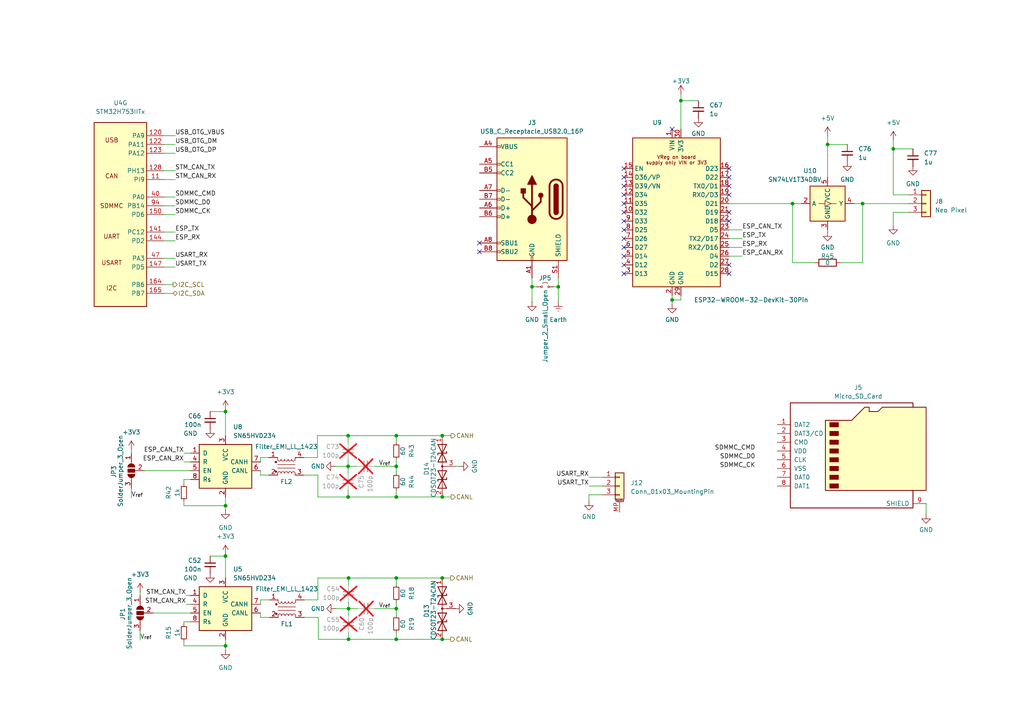
<source format=kicad_sch>
(kicad_sch
	(version 20231120)
	(generator "eeschema")
	(generator_version "8.0")
	(uuid "c61dd313-04ad-474f-9718-66b9bce07315")
	(paper "A4")
	
	(junction
		(at 128.27 126.365)
		(diameter 0)
		(color 0 0 0 0)
		(uuid "039d182b-64c1-4ecb-910d-2a8ba1359fe5")
	)
	(junction
		(at 229.87 59.055)
		(diameter 0)
		(color 0 0 0 0)
		(uuid "05cfbb34-84b8-41f9-b2c6-e5b00514da1d")
	)
	(junction
		(at 128.27 185.42)
		(diameter 0)
		(color 0 0 0 0)
		(uuid "215eb883-aca5-420f-acba-9cfd76facb9e")
	)
	(junction
		(at 114.935 185.42)
		(diameter 0)
		(color 0 0 0 0)
		(uuid "28a47998-b579-477b-8bd7-5184e4777d5e")
	)
	(junction
		(at 114.935 135.255)
		(diameter 0)
		(color 0 0 0 0)
		(uuid "3162dd44-bd73-462d-a1ba-3ec68e82b83a")
	)
	(junction
		(at 250.19 59.055)
		(diameter 0)
		(color 0 0 0 0)
		(uuid "318c4647-7bc1-4283-9b65-f73983dbd071")
	)
	(junction
		(at 65.405 146.685)
		(diameter 0)
		(color 0 0 0 0)
		(uuid "3d875b4c-a7a5-4903-ad64-3ecea35d872b")
	)
	(junction
		(at 65.405 119.38)
		(diameter 0)
		(color 0 0 0 0)
		(uuid "41b0bad5-7e8d-4b02-8ba8-4522831df7e6")
	)
	(junction
		(at 65.405 187.325)
		(diameter 0)
		(color 0 0 0 0)
		(uuid "4dfb8dde-4cef-4814-89d9-dc2c67abc0ea")
	)
	(junction
		(at 101.092 167.64)
		(diameter 0)
		(color 0 0 0 0)
		(uuid "53b32a67-343e-432d-9256-006aedde493b")
	)
	(junction
		(at 154.305 83.185)
		(diameter 0)
		(color 0 0 0 0)
		(uuid "65361e79-136b-4452-b644-b05b849b7943")
	)
	(junction
		(at 114.935 144.145)
		(diameter 0)
		(color 0 0 0 0)
		(uuid "6c0e76a3-6aad-4fb4-a948-d5eac4447136")
	)
	(junction
		(at 128.27 144.145)
		(diameter 0)
		(color 0 0 0 0)
		(uuid "6f7d2def-1ea4-46b5-bd3c-546d5ee712eb")
	)
	(junction
		(at 100.965 126.365)
		(diameter 0)
		(color 0 0 0 0)
		(uuid "7481ae21-ea6c-45fa-90b7-25db4fcacac0")
	)
	(junction
		(at 65.405 161.29)
		(diameter 0)
		(color 0 0 0 0)
		(uuid "7c2aa378-d994-4cbb-a7fd-662b6a6dbd3e")
	)
	(junction
		(at 197.485 29.21)
		(diameter 0)
		(color 0 0 0 0)
		(uuid "8a2ddf5a-e56d-4ddb-b3a7-3ce78fdb1ea7")
	)
	(junction
		(at 101.092 185.42)
		(diameter 0)
		(color 0 0 0 0)
		(uuid "8c902d7a-9a97-4247-a024-6511c85f57b0")
	)
	(junction
		(at 114.935 126.365)
		(diameter 0)
		(color 0 0 0 0)
		(uuid "9727df9d-30c2-4d31-a4a4-c18de4a38ffd")
	)
	(junction
		(at 101.092 176.53)
		(diameter 0)
		(color 0 0 0 0)
		(uuid "9cc87ece-ed33-40de-966c-51c2001dc894")
	)
	(junction
		(at 100.965 135.255)
		(diameter 0)
		(color 0 0 0 0)
		(uuid "9cdc856e-55bf-4f24-8496-a3f3c835efb4")
	)
	(junction
		(at 128.27 167.64)
		(diameter 0)
		(color 0 0 0 0)
		(uuid "ad403fbf-7b82-4cdd-9930-90df80b9f452")
	)
	(junction
		(at 114.935 167.64)
		(diameter 0)
		(color 0 0 0 0)
		(uuid "b60abf17-3e74-47af-a488-26c720dd0b0f")
	)
	(junction
		(at 114.935 176.53)
		(diameter 0)
		(color 0 0 0 0)
		(uuid "b6c8fd7b-67f5-4777-9880-dd70ef3914a0")
	)
	(junction
		(at 194.945 86.995)
		(diameter 0)
		(color 0 0 0 0)
		(uuid "cee00a16-43e6-4734-87be-e840da75aabc")
	)
	(junction
		(at 100.965 144.145)
		(diameter 0)
		(color 0 0 0 0)
		(uuid "cf065f4e-64c6-411f-9278-3cbeff3ad8fd")
	)
	(junction
		(at 161.925 83.185)
		(diameter 0)
		(color 0 0 0 0)
		(uuid "dc503ca9-a2a2-4e47-b078-e55c9f049628")
	)
	(junction
		(at 259.08 43.18)
		(diameter 0)
		(color 0 0 0 0)
		(uuid "e4280f40-0a8b-46b8-8a3f-bdc2bbc7d561")
	)
	(junction
		(at 240.03 41.91)
		(diameter 0)
		(color 0 0 0 0)
		(uuid "e66e4697-c658-4daa-8505-29693d7c6fa8")
	)
	(no_connect
		(at 180.975 74.295)
		(uuid "0f78565a-9a79-4977-842d-db81c2f3a858")
	)
	(no_connect
		(at 180.975 56.515)
		(uuid "1635493b-c0b0-4b22-91c0-dd20f89d28d6")
	)
	(no_connect
		(at 180.975 59.055)
		(uuid "2cd37b9b-1e16-4721-baaf-0f02fff9ee15")
	)
	(no_connect
		(at 211.455 48.895)
		(uuid "2e298096-7ace-418c-89a7-3d43d6bed0db")
	)
	(no_connect
		(at 180.975 61.595)
		(uuid "3bc25636-dee2-443e-8ccb-a980f456ac63")
	)
	(no_connect
		(at 180.975 51.435)
		(uuid "43d8676e-50c6-4697-acd1-a078ec396d67")
	)
	(no_connect
		(at 180.975 66.675)
		(uuid "4a7c660c-ecc7-4617-8099-7833ce97674f")
	)
	(no_connect
		(at 180.975 48.895)
		(uuid "5a25121c-a1f8-402a-a503-9b4b6773db57")
	)
	(no_connect
		(at 194.945 37.465)
		(uuid "5c9306cf-381b-4d82-8a3a-52bc964f2a36")
	)
	(no_connect
		(at 211.455 53.975)
		(uuid "5c964bdf-2ed2-4eef-b541-8ce09ccb6359")
	)
	(no_connect
		(at 180.975 79.375)
		(uuid "5cab31a6-586b-4cbb-8e74-6785a73b7287")
	)
	(no_connect
		(at 211.455 76.835)
		(uuid "627c0ac6-463b-4d74-9056-912f48f57f8c")
	)
	(no_connect
		(at 180.975 69.215)
		(uuid "662f2eb1-7541-4b5a-9b3e-348e11036abd")
	)
	(no_connect
		(at 180.975 53.975)
		(uuid "73269fd7-c364-4aef-a8b5-a2eabdfa97a8")
	)
	(no_connect
		(at 211.455 61.595)
		(uuid "797e1eed-a489-45da-8c0f-184fc597169c")
	)
	(no_connect
		(at 180.975 76.835)
		(uuid "8365a6d4-6d29-461b-904c-0324ca06fc5a")
	)
	(no_connect
		(at 180.975 64.135)
		(uuid "8ac847d1-9069-40ae-a3f2-d3aed782fb55")
	)
	(no_connect
		(at 211.455 79.375)
		(uuid "8f56c4af-52dc-4612-9881-b40f131d9649")
	)
	(no_connect
		(at 211.455 51.435)
		(uuid "b938ea39-6292-4387-8cd7-875c20a9d49a")
	)
	(no_connect
		(at 139.065 70.485)
		(uuid "d7064c93-16c6-497d-859a-7b410a29e175")
	)
	(no_connect
		(at 211.455 56.515)
		(uuid "da2de24c-d775-46ec-8771-ff0ede014a17")
	)
	(no_connect
		(at 139.065 73.025)
		(uuid "e5cfba84-9aae-4335-81b2-f9420a56298e")
	)
	(no_connect
		(at 180.975 71.755)
		(uuid "e700e196-44ff-4ef8-a8e9-38a5e666b895")
	)
	(no_connect
		(at 211.455 64.135)
		(uuid "ffc9674a-9076-447f-ba67-71a5716efeb9")
	)
	(wire
		(pts
			(xy 50.8 59.69) (xy 47.625 59.69)
		)
		(stroke
			(width 0)
			(type default)
		)
		(uuid "069c83cc-66af-4239-a3f2-6fc7c9797843")
	)
	(wire
		(pts
			(xy 250.19 59.055) (xy 250.19 76.2)
		)
		(stroke
			(width 0)
			(type default)
		)
		(uuid "07821e1a-6081-4b53-af8d-3407e5dfe479")
	)
	(wire
		(pts
			(xy 92.329 179.07) (xy 92.329 185.42)
		)
		(stroke
			(width 0)
			(type default)
		)
		(uuid "07b7ef48-98f5-4f9c-8c83-e93a23111e86")
	)
	(wire
		(pts
			(xy 215.265 66.675) (xy 211.455 66.675)
		)
		(stroke
			(width 0)
			(type default)
		)
		(uuid "08072ded-74bf-4b0b-806c-19444be54a5d")
	)
	(wire
		(pts
			(xy 132.08 135.255) (xy 133.223 135.255)
		)
		(stroke
			(width 0)
			(type default)
		)
		(uuid "0858e38e-980c-4b1b-b733-fff9edcc9dbb")
	)
	(wire
		(pts
			(xy 75.565 137.795) (xy 75.565 136.525)
		)
		(stroke
			(width 0)
			(type default)
		)
		(uuid "0eb24822-65ba-4fcc-a791-110a601cab9c")
	)
	(wire
		(pts
			(xy 240.03 41.91) (xy 245.745 41.91)
		)
		(stroke
			(width 0)
			(type default)
		)
		(uuid "0ec11d76-de2c-47d9-b68b-71e96f39e5f7")
	)
	(wire
		(pts
			(xy 197.485 29.21) (xy 197.485 37.465)
		)
		(stroke
			(width 0)
			(type default)
		)
		(uuid "11371f3a-622b-4d06-958d-0de2e3aefad4")
	)
	(wire
		(pts
			(xy 40.64 182.88) (xy 40.64 185.674)
		)
		(stroke
			(width 0)
			(type default)
		)
		(uuid "1191196b-173d-4dee-bb6d-b29a4d435163")
	)
	(wire
		(pts
			(xy 259.08 43.18) (xy 259.08 56.515)
		)
		(stroke
			(width 0)
			(type default)
		)
		(uuid "11fcf8a6-a9da-4e10-b537-040a5f04eac6")
	)
	(wire
		(pts
			(xy 88.265 173.99) (xy 92.202 173.99)
		)
		(stroke
			(width 0)
			(type default)
		)
		(uuid "1255d5b2-c80c-45ce-8562-7f9325184eb2")
	)
	(wire
		(pts
			(xy 114.935 126.365) (xy 128.27 126.365)
		)
		(stroke
			(width 0)
			(type default)
		)
		(uuid "16abee5d-4262-4bfd-ba27-099017bd3c89")
	)
	(wire
		(pts
			(xy 197.485 86.995) (xy 197.485 85.725)
		)
		(stroke
			(width 0)
			(type default)
		)
		(uuid "175d1789-0795-45ea-bebd-00c51a23ce0a")
	)
	(wire
		(pts
			(xy 170.815 143.51) (xy 170.815 145.415)
		)
		(stroke
			(width 0)
			(type default)
		)
		(uuid "1851c3fc-c833-4316-939d-3a55a4935065")
	)
	(wire
		(pts
			(xy 170.815 140.97) (xy 174.625 140.97)
		)
		(stroke
			(width 0)
			(type default)
		)
		(uuid "18ab3ef7-d310-4dfe-9bd7-87f1a836a671")
	)
	(wire
		(pts
			(xy 161.925 83.185) (xy 161.925 87.63)
		)
		(stroke
			(width 0)
			(type default)
		)
		(uuid "193e5122-e695-495b-91ef-fbf1d196eafd")
	)
	(wire
		(pts
			(xy 108.712 176.53) (xy 114.935 176.53)
		)
		(stroke
			(width 0)
			(type default)
		)
		(uuid "1c380b4c-4cae-4aa6-b682-a869ce94709e")
	)
	(wire
		(pts
			(xy 92.075 126.365) (xy 100.965 126.365)
		)
		(stroke
			(width 0)
			(type default)
		)
		(uuid "1c39585e-5704-44d0-a33d-b3876c68f352")
	)
	(wire
		(pts
			(xy 65.405 118.745) (xy 65.405 119.38)
		)
		(stroke
			(width 0)
			(type default)
		)
		(uuid "1e2b6175-d853-4821-ba74-1f24382ec349")
	)
	(wire
		(pts
			(xy 100.965 126.365) (xy 114.935 126.365)
		)
		(stroke
			(width 0)
			(type default)
		)
		(uuid "1ecee70f-1b0e-4963-98bb-53f91fcf7497")
	)
	(wire
		(pts
			(xy 114.935 174.625) (xy 114.935 176.53)
		)
		(stroke
			(width 0)
			(type default)
		)
		(uuid "216a5d0c-6bc2-4d57-bfc1-a0137443fd45")
	)
	(wire
		(pts
			(xy 161.925 80.645) (xy 161.925 83.185)
		)
		(stroke
			(width 0)
			(type default)
		)
		(uuid "223f121c-ffdf-4398-a523-ee63cee9632a")
	)
	(wire
		(pts
			(xy 114.935 176.53) (xy 114.935 178.435)
		)
		(stroke
			(width 0)
			(type default)
		)
		(uuid "25fcae18-2fce-4a2e-b99e-14db92c22b5a")
	)
	(wire
		(pts
			(xy 215.265 74.295) (xy 211.455 74.295)
		)
		(stroke
			(width 0)
			(type default)
		)
		(uuid "29423af5-f664-45ad-bb1e-0735e38873c2")
	)
	(wire
		(pts
			(xy 50.8 41.91) (xy 47.625 41.91)
		)
		(stroke
			(width 0)
			(type default)
		)
		(uuid "2b0cb7c0-22b2-43e9-bf0a-56a674a06ce7")
	)
	(wire
		(pts
			(xy 114.935 167.64) (xy 128.27 167.64)
		)
		(stroke
			(width 0)
			(type default)
		)
		(uuid "2d763691-facb-4f15-9e9f-59c2b2d09226")
	)
	(wire
		(pts
			(xy 50.8 39.37) (xy 47.625 39.37)
		)
		(stroke
			(width 0)
			(type default)
		)
		(uuid "2e6d5f7d-e2c5-4fff-9ab8-ff9e5059fed6")
	)
	(wire
		(pts
			(xy 236.22 76.2) (xy 229.87 76.2)
		)
		(stroke
			(width 0)
			(type default)
		)
		(uuid "2fa12003-ea95-4a7e-a7b4-8f6dd8428bb3")
	)
	(wire
		(pts
			(xy 40.64 171.704) (xy 40.64 172.72)
		)
		(stroke
			(width 0)
			(type default)
		)
		(uuid "2fe633c0-4d3d-40d2-b66e-9c920b1c7a86")
	)
	(wire
		(pts
			(xy 132.08 176.53) (xy 131.953 176.53)
		)
		(stroke
			(width 0)
			(type default)
		)
		(uuid "31a4bbdf-559b-4207-a858-901d74817d56")
	)
	(wire
		(pts
			(xy 60.96 119.38) (xy 65.405 119.38)
		)
		(stroke
			(width 0)
			(type default)
		)
		(uuid "32faf47c-e64c-44b4-9d62-4d28d8d4153b")
	)
	(wire
		(pts
			(xy 128.27 144.145) (xy 130.81 144.145)
		)
		(stroke
			(width 0)
			(type default)
		)
		(uuid "359e1102-934a-4c42-b7b9-2ba5539d24c8")
	)
	(wire
		(pts
			(xy 65.405 187.325) (xy 65.405 188.595)
		)
		(stroke
			(width 0)
			(type default)
		)
		(uuid "364b407f-3b1e-4c62-9eb8-d29a94c13635")
	)
	(wire
		(pts
			(xy 229.87 76.2) (xy 229.87 59.055)
		)
		(stroke
			(width 0)
			(type default)
		)
		(uuid "393f9b29-c1fb-4477-8410-888c1c775882")
	)
	(wire
		(pts
			(xy 240.03 39.37) (xy 240.03 41.91)
		)
		(stroke
			(width 0)
			(type default)
		)
		(uuid "395ffaba-dbfc-4c84-b3a1-2617223e9f3e")
	)
	(wire
		(pts
			(xy 92.202 137.795) (xy 92.202 144.145)
		)
		(stroke
			(width 0)
			(type default)
		)
		(uuid "3b6bddeb-5651-4db5-98b2-9b6f3f702707")
	)
	(wire
		(pts
			(xy 47.625 74.93) (xy 50.8 74.93)
		)
		(stroke
			(width 0)
			(type default)
		)
		(uuid "3e2111f4-1096-49ea-babe-955e0bcbceb6")
	)
	(wire
		(pts
			(xy 114.935 133.35) (xy 114.935 135.255)
		)
		(stroke
			(width 0)
			(type default)
		)
		(uuid "418d6449-7d54-435c-9348-9ebcc667fba1")
	)
	(wire
		(pts
			(xy 128.27 167.64) (xy 130.683 167.64)
		)
		(stroke
			(width 0)
			(type default)
		)
		(uuid "437cb784-c834-4093-bf24-a6bb245bb7ff")
	)
	(wire
		(pts
			(xy 114.935 183.515) (xy 114.935 185.42)
		)
		(stroke
			(width 0)
			(type default)
		)
		(uuid "4abd7593-788c-4faf-8edb-6bf231a57d07")
	)
	(wire
		(pts
			(xy 170.815 138.43) (xy 174.625 138.43)
		)
		(stroke
			(width 0)
			(type default)
		)
		(uuid "4c385e60-1b83-4735-8d87-273cadd39ee9")
	)
	(wire
		(pts
			(xy 155.575 83.185) (xy 154.305 83.185)
		)
		(stroke
			(width 0)
			(type default)
		)
		(uuid "4c59cf70-ba51-432c-9f6e-cf47deea1277")
	)
	(wire
		(pts
			(xy 229.87 59.055) (xy 232.41 59.055)
		)
		(stroke
			(width 0)
			(type default)
		)
		(uuid "4dc32d7f-3ff8-43a5-afb9-2f4908b6a181")
	)
	(wire
		(pts
			(xy 259.08 56.515) (xy 263.525 56.515)
		)
		(stroke
			(width 0)
			(type default)
		)
		(uuid "4f4d3fff-85b9-4083-bd46-2b914ab4a849")
	)
	(wire
		(pts
			(xy 161.925 83.185) (xy 160.655 83.185)
		)
		(stroke
			(width 0)
			(type default)
		)
		(uuid "548e25f7-a764-406a-97ab-d0c212687dad")
	)
	(wire
		(pts
			(xy 75.565 132.715) (xy 77.978 132.715)
		)
		(stroke
			(width 0)
			(type default)
		)
		(uuid "569600ce-4916-426c-ad6a-43656f889c21")
	)
	(wire
		(pts
			(xy 65.405 160.655) (xy 65.405 161.29)
		)
		(stroke
			(width 0)
			(type default)
		)
		(uuid "573d52d7-2912-42f7-a32c-98f9437fcfb4")
	)
	(wire
		(pts
			(xy 53.975 172.72) (xy 55.245 172.72)
		)
		(stroke
			(width 0)
			(type default)
		)
		(uuid "58a5b0f4-7372-4ed6-b2ff-21c9fc14c383")
	)
	(wire
		(pts
			(xy 100.965 144.145) (xy 114.935 144.145)
		)
		(stroke
			(width 0)
			(type default)
		)
		(uuid "5c8a4f71-ee4a-46e2-86ff-f735840fe6ca")
	)
	(wire
		(pts
			(xy 247.65 59.055) (xy 250.19 59.055)
		)
		(stroke
			(width 0)
			(type default)
		)
		(uuid "5dfc728b-36a2-4990-a0c8-dbb05f1fc760")
	)
	(wire
		(pts
			(xy 114.935 144.145) (xy 128.27 144.145)
		)
		(stroke
			(width 0)
			(type default)
		)
		(uuid "616f18e8-8353-4b88-9ccf-278fb51bbb13")
	)
	(wire
		(pts
			(xy 97.155 135.255) (xy 100.965 135.255)
		)
		(stroke
			(width 0)
			(type default)
		)
		(uuid "65689294-1fad-43de-a045-67460191af37")
	)
	(wire
		(pts
			(xy 100.965 135.255) (xy 103.505 135.255)
		)
		(stroke
			(width 0)
			(type default)
		)
		(uuid "67db5e2e-77de-4d16-88dd-32909132efe7")
	)
	(wire
		(pts
			(xy 101.092 176.53) (xy 101.092 174.625)
		)
		(stroke
			(width 0)
			(type default)
		)
		(uuid "694ece35-0c4b-4939-b20c-9bb4b6a4b0f5")
	)
	(wire
		(pts
			(xy 264.795 43.18) (xy 259.08 43.18)
		)
		(stroke
			(width 0)
			(type default)
		)
		(uuid "6bc32591-02b3-4835-ac4d-6de654840bd4")
	)
	(wire
		(pts
			(xy 75.565 173.99) (xy 78.105 173.99)
		)
		(stroke
			(width 0)
			(type default)
		)
		(uuid "6cc391a7-6885-48f2-975d-f3a3390b21aa")
	)
	(wire
		(pts
			(xy 53.34 139.065) (xy 55.245 139.065)
		)
		(stroke
			(width 0)
			(type default)
		)
		(uuid "6e1d6a90-999e-4e0f-8497-4df02b3664f7")
	)
	(wire
		(pts
			(xy 65.405 144.145) (xy 65.405 146.685)
		)
		(stroke
			(width 0)
			(type default)
		)
		(uuid "6fdae055-0d1f-42c6-a679-4b607c954c89")
	)
	(wire
		(pts
			(xy 108.585 135.255) (xy 114.935 135.255)
		)
		(stroke
			(width 0)
			(type default)
		)
		(uuid "7009ee4d-9a3b-449e-a73d-cfabe7ef7250")
	)
	(wire
		(pts
			(xy 97.282 176.53) (xy 101.092 176.53)
		)
		(stroke
			(width 0)
			(type default)
		)
		(uuid "713e035b-3d7d-453b-a87a-b3cbf126d40b")
	)
	(wire
		(pts
			(xy 128.27 185.42) (xy 130.683 185.42)
		)
		(stroke
			(width 0)
			(type default)
		)
		(uuid "7218ab12-ef3a-4b86-83c5-a04a5614b411")
	)
	(wire
		(pts
			(xy 211.455 71.755) (xy 215.265 71.755)
		)
		(stroke
			(width 0)
			(type default)
		)
		(uuid "722c5e92-6c31-48b0-8440-2827b4a8261f")
	)
	(wire
		(pts
			(xy 50.8 57.15) (xy 47.625 57.15)
		)
		(stroke
			(width 0)
			(type default)
		)
		(uuid "73863326-7c48-45fc-8bd8-a769a1938e6c")
	)
	(wire
		(pts
			(xy 101.092 183.515) (xy 101.092 185.42)
		)
		(stroke
			(width 0)
			(type default)
		)
		(uuid "78c54341-c3a1-4ba0-92f7-d8a3ffa611fa")
	)
	(wire
		(pts
			(xy 250.19 59.055) (xy 263.525 59.055)
		)
		(stroke
			(width 0)
			(type default)
		)
		(uuid "78cc224e-ac74-4f71-8665-93f8b611432d")
	)
	(wire
		(pts
			(xy 211.455 59.055) (xy 229.87 59.055)
		)
		(stroke
			(width 0)
			(type default)
		)
		(uuid "7b8664cc-2cd9-4c8b-a2a9-e851ab1aa6b2")
	)
	(wire
		(pts
			(xy 197.485 29.21) (xy 202.565 29.21)
		)
		(stroke
			(width 0)
			(type default)
		)
		(uuid "7c26ed1c-f812-48ad-aae4-bc0953e5b02e")
	)
	(wire
		(pts
			(xy 41.91 136.525) (xy 55.245 136.525)
		)
		(stroke
			(width 0)
			(type default)
		)
		(uuid "7fc61fe3-9c10-45d0-8ff9-a96f23d43746")
	)
	(wire
		(pts
			(xy 240.03 41.91) (xy 240.03 51.435)
		)
		(stroke
			(width 0)
			(type default)
		)
		(uuid "812d3a65-cd48-4ae9-ad18-7ac51ac81ee1")
	)
	(wire
		(pts
			(xy 92.202 144.145) (xy 100.965 144.145)
		)
		(stroke
			(width 0)
			(type default)
		)
		(uuid "8205616b-3b9d-4eb0-b2a2-7d25ec3b2ac1")
	)
	(wire
		(pts
			(xy 154.305 83.185) (xy 154.305 87.63)
		)
		(stroke
			(width 0)
			(type default)
		)
		(uuid "8546e285-0497-4f5c-b340-ee7ae1bca954")
	)
	(wire
		(pts
			(xy 100.965 135.255) (xy 100.965 137.16)
		)
		(stroke
			(width 0)
			(type default)
		)
		(uuid "85dff9c4-6cb7-4680-9632-ee46360e3ea0")
	)
	(wire
		(pts
			(xy 88.265 179.07) (xy 92.329 179.07)
		)
		(stroke
			(width 0)
			(type default)
		)
		(uuid "875a91c4-264a-4d56-b718-50501c722c79")
	)
	(wire
		(pts
			(xy 75.565 137.795) (xy 77.978 137.795)
		)
		(stroke
			(width 0)
			(type default)
		)
		(uuid "8b7f514e-7ce5-4755-844e-483c80b556bb")
	)
	(wire
		(pts
			(xy 53.34 187.325) (xy 65.405 187.325)
		)
		(stroke
			(width 0)
			(type default)
		)
		(uuid "961c4e70-cf62-497a-b32b-e5ab71b1b1e3")
	)
	(wire
		(pts
			(xy 101.092 167.64) (xy 114.935 167.64)
		)
		(stroke
			(width 0)
			(type default)
		)
		(uuid "9875ff62-69fe-4fe5-ac2d-49e08741f57b")
	)
	(wire
		(pts
			(xy 100.965 142.24) (xy 100.965 144.145)
		)
		(stroke
			(width 0)
			(type default)
		)
		(uuid "988f99fa-ae0e-4f4e-8c6a-db3a44984614")
	)
	(wire
		(pts
			(xy 75.565 132.715) (xy 75.565 133.985)
		)
		(stroke
			(width 0)
			(type default)
		)
		(uuid "9aba16cb-01f4-419d-b4f1-f3d401e83d56")
	)
	(wire
		(pts
			(xy 53.34 180.34) (xy 55.245 180.34)
		)
		(stroke
			(width 0)
			(type default)
		)
		(uuid "9c4f166c-0e86-4f07-8d21-047d235812c2")
	)
	(wire
		(pts
			(xy 38.1 130.429) (xy 38.1 131.445)
		)
		(stroke
			(width 0)
			(type default)
		)
		(uuid "9c9f754f-bdc9-415c-aa85-636593c242cb")
	)
	(wire
		(pts
			(xy 47.625 82.55) (xy 50.165 82.55)
		)
		(stroke
			(width 0)
			(type default)
		)
		(uuid "9db4ffec-7172-490e-a0fb-0a71ce07e06f")
	)
	(wire
		(pts
			(xy 75.565 179.07) (xy 75.565 177.8)
		)
		(stroke
			(width 0)
			(type default)
		)
		(uuid "9f5c88a3-09fe-46e4-9a0b-f9c285a8efc7")
	)
	(wire
		(pts
			(xy 194.945 86.995) (xy 197.485 86.995)
		)
		(stroke
			(width 0)
			(type default)
		)
		(uuid "a06b5335-c689-44d3-9fed-de2c90ae969d")
	)
	(wire
		(pts
			(xy 194.945 85.725) (xy 194.945 86.995)
		)
		(stroke
			(width 0)
			(type default)
		)
		(uuid "a1842a91-9ee7-4b00-98c0-0caffef5d76e")
	)
	(wire
		(pts
			(xy 259.08 61.595) (xy 263.525 61.595)
		)
		(stroke
			(width 0)
			(type default)
		)
		(uuid "a535b990-e0c3-4076-b351-4b435ba7a305")
	)
	(wire
		(pts
			(xy 194.945 86.995) (xy 194.945 88.265)
		)
		(stroke
			(width 0)
			(type default)
		)
		(uuid "a5cb1189-64b9-4c34-b39c-b515eca1a0e6")
	)
	(wire
		(pts
			(xy 53.34 145.415) (xy 53.34 146.685)
		)
		(stroke
			(width 0)
			(type default)
		)
		(uuid "a5d43692-a514-49b3-b569-72860753d111")
	)
	(wire
		(pts
			(xy 101.092 185.42) (xy 114.935 185.42)
		)
		(stroke
			(width 0)
			(type default)
		)
		(uuid "a777f9e0-e762-433b-8ffa-6d7083e4b335")
	)
	(wire
		(pts
			(xy 114.935 167.64) (xy 114.935 169.545)
		)
		(stroke
			(width 0)
			(type default)
		)
		(uuid "a817343e-0330-46bb-800d-fa56dd6360a7")
	)
	(wire
		(pts
			(xy 114.935 185.42) (xy 128.27 185.42)
		)
		(stroke
			(width 0)
			(type default)
		)
		(uuid "a8b4cc44-29be-4cac-a36c-d0a65d9e69de")
	)
	(wire
		(pts
			(xy 53.34 131.445) (xy 55.245 131.445)
		)
		(stroke
			(width 0)
			(type default)
		)
		(uuid "ab6ffa17-1fdf-43bf-88fd-3a50e2678126")
	)
	(wire
		(pts
			(xy 47.625 69.85) (xy 50.8 69.85)
		)
		(stroke
			(width 0)
			(type default)
		)
		(uuid "ab9c4dfd-bb56-420a-83c1-10896e678135")
	)
	(wire
		(pts
			(xy 92.329 185.42) (xy 101.092 185.42)
		)
		(stroke
			(width 0)
			(type default)
		)
		(uuid "abd5a55e-5c41-441b-9a19-d2a70c7aa254")
	)
	(wire
		(pts
			(xy 211.455 69.215) (xy 215.265 69.215)
		)
		(stroke
			(width 0)
			(type default)
		)
		(uuid "ae75bf27-6f52-4909-bf66-d0c89223d9fe")
	)
	(wire
		(pts
			(xy 259.08 40.64) (xy 259.08 43.18)
		)
		(stroke
			(width 0)
			(type default)
		)
		(uuid "b03e4c70-dead-490c-9924-a4606cb3b2fa")
	)
	(wire
		(pts
			(xy 53.34 180.975) (xy 53.34 180.34)
		)
		(stroke
			(width 0)
			(type default)
		)
		(uuid "b1e5941f-6f0d-4189-bd6a-a449a5c9ac39")
	)
	(wire
		(pts
			(xy 53.34 186.055) (xy 53.34 187.325)
		)
		(stroke
			(width 0)
			(type default)
		)
		(uuid "b1f570a1-0699-4d82-b38d-bfdcee37744c")
	)
	(wire
		(pts
			(xy 75.565 179.07) (xy 78.105 179.07)
		)
		(stroke
			(width 0)
			(type default)
		)
		(uuid "b40308ec-ff0e-480b-97b1-846d17f74812")
	)
	(wire
		(pts
			(xy 88.138 132.715) (xy 92.075 132.715)
		)
		(stroke
			(width 0)
			(type default)
		)
		(uuid "b4161da1-5f84-4a3b-9d64-dd7f6072d9a4")
	)
	(wire
		(pts
			(xy 44.45 177.8) (xy 55.245 177.8)
		)
		(stroke
			(width 0)
			(type default)
		)
		(uuid "b777a229-1919-40e6-a60c-c38309f025ed")
	)
	(wire
		(pts
			(xy 128.27 126.365) (xy 130.81 126.365)
		)
		(stroke
			(width 0)
			(type default)
		)
		(uuid "b7a136e3-d524-4025-a616-9c57fcbfbf3b")
	)
	(wire
		(pts
			(xy 47.625 85.09) (xy 50.165 85.09)
		)
		(stroke
			(width 0)
			(type default)
		)
		(uuid "baf16192-a8e7-4837-9ddd-86d6767dd895")
	)
	(wire
		(pts
			(xy 114.935 126.365) (xy 114.935 128.27)
		)
		(stroke
			(width 0)
			(type default)
		)
		(uuid "bf7a7090-d271-47f2-9b9f-f373a8e555bf")
	)
	(wire
		(pts
			(xy 240.03 66.675) (xy 240.03 67.31)
		)
		(stroke
			(width 0)
			(type default)
		)
		(uuid "c65f328a-a363-4fcd-9637-d80b771f9e9f")
	)
	(wire
		(pts
			(xy 53.34 140.335) (xy 53.34 139.065)
		)
		(stroke
			(width 0)
			(type default)
		)
		(uuid "c6a822d0-3af7-45df-bd7c-953a5ba1f56d")
	)
	(wire
		(pts
			(xy 38.1 141.605) (xy 38.1 144.399)
		)
		(stroke
			(width 0)
			(type default)
		)
		(uuid "c72a2da8-3b6a-4867-b4bf-85adbcb70bfe")
	)
	(wire
		(pts
			(xy 47.625 52.07) (xy 50.8 52.07)
		)
		(stroke
			(width 0)
			(type default)
		)
		(uuid "c8cf6351-1e18-4b58-b231-450464994dec")
	)
	(wire
		(pts
			(xy 50.8 62.23) (xy 47.625 62.23)
		)
		(stroke
			(width 0)
			(type default)
		)
		(uuid "c97b249a-47e7-428a-95e9-f4d7b9fc2524")
	)
	(wire
		(pts
			(xy 53.975 175.26) (xy 55.245 175.26)
		)
		(stroke
			(width 0)
			(type default)
		)
		(uuid "cc208ca7-fb4f-4a46-8ffb-bd1e7b993448")
	)
	(wire
		(pts
			(xy 174.625 143.51) (xy 170.815 143.51)
		)
		(stroke
			(width 0)
			(type default)
		)
		(uuid "cc26b47f-57ea-4ec0-b625-ce7926d7bd96")
	)
	(wire
		(pts
			(xy 259.08 65.405) (xy 259.08 61.595)
		)
		(stroke
			(width 0)
			(type default)
		)
		(uuid "ce54880a-5669-45c1-8a40-5c11fc5d4061")
	)
	(wire
		(pts
			(xy 92.075 126.365) (xy 92.075 132.715)
		)
		(stroke
			(width 0)
			(type default)
		)
		(uuid "ceb251cc-6166-4542-be45-465434e50501")
	)
	(wire
		(pts
			(xy 53.34 133.985) (xy 55.245 133.985)
		)
		(stroke
			(width 0)
			(type default)
		)
		(uuid "d1131a48-0cd7-400f-a7ee-0df5862c483e")
	)
	(wire
		(pts
			(xy 65.405 161.29) (xy 65.405 167.64)
		)
		(stroke
			(width 0)
			(type default)
		)
		(uuid "d15fb171-d341-451b-aa31-fce6a6a16725")
	)
	(wire
		(pts
			(xy 114.935 142.24) (xy 114.935 144.145)
		)
		(stroke
			(width 0)
			(type default)
		)
		(uuid "d1a2e385-d449-4314-8453-70e8042bf143")
	)
	(wire
		(pts
			(xy 243.84 76.2) (xy 250.19 76.2)
		)
		(stroke
			(width 0)
			(type default)
		)
		(uuid "d39d6f50-9bab-4cc9-b8d1-fd5de7559ec4")
	)
	(wire
		(pts
			(xy 92.202 167.64) (xy 101.092 167.64)
		)
		(stroke
			(width 0)
			(type default)
		)
		(uuid "d6b9760f-a1ec-43ae-80bd-3fa8cc1daa06")
	)
	(wire
		(pts
			(xy 100.965 135.255) (xy 100.965 133.35)
		)
		(stroke
			(width 0)
			(type default)
		)
		(uuid "d87a3080-961c-45cf-9eee-e4cab030928a")
	)
	(wire
		(pts
			(xy 47.625 67.31) (xy 50.8 67.31)
		)
		(stroke
			(width 0)
			(type default)
		)
		(uuid "d960d00c-9224-45b5-8763-baebbf805679")
	)
	(wire
		(pts
			(xy 75.565 173.99) (xy 75.565 175.26)
		)
		(stroke
			(width 0)
			(type default)
		)
		(uuid "db0700f5-1060-4b80-8e43-640e816a8f88")
	)
	(wire
		(pts
			(xy 114.935 135.255) (xy 114.935 137.16)
		)
		(stroke
			(width 0)
			(type default)
		)
		(uuid "dc19ed95-f518-4488-8074-d56fe5170fac")
	)
	(wire
		(pts
			(xy 65.405 185.42) (xy 65.405 187.325)
		)
		(stroke
			(width 0)
			(type default)
		)
		(uuid "dd2f2331-9de6-4c46-8d2d-f8bab556c658")
	)
	(wire
		(pts
			(xy 88.138 137.795) (xy 92.202 137.795)
		)
		(stroke
			(width 0)
			(type default)
		)
		(uuid "de246935-b76f-4d4b-8db4-4c5b5fe6c6a5")
	)
	(wire
		(pts
			(xy 47.625 49.53) (xy 50.8 49.53)
		)
		(stroke
			(width 0)
			(type default)
		)
		(uuid "de94946a-d056-403d-bd57-43bd62bcf123")
	)
	(wire
		(pts
			(xy 197.485 27.305) (xy 197.485 29.21)
		)
		(stroke
			(width 0)
			(type default)
		)
		(uuid "e1871cce-c50d-4466-a39a-3f7f98ea5c99")
	)
	(wire
		(pts
			(xy 100.965 126.365) (xy 100.965 128.27)
		)
		(stroke
			(width 0)
			(type default)
		)
		(uuid "e18ac3b6-9bfb-4ac9-b77f-536fad72be63")
	)
	(wire
		(pts
			(xy 53.34 146.685) (xy 65.405 146.685)
		)
		(stroke
			(width 0)
			(type default)
		)
		(uuid "e7d32fbc-e7c8-448c-b6d0-b0bcaec18185")
	)
	(wire
		(pts
			(xy 50.8 44.45) (xy 47.625 44.45)
		)
		(stroke
			(width 0)
			(type default)
		)
		(uuid "e9b20b6e-6674-4f39-92af-b0ed8f21300d")
	)
	(wire
		(pts
			(xy 154.305 80.645) (xy 154.305 83.185)
		)
		(stroke
			(width 0)
			(type default)
		)
		(uuid "ebebaf3b-221c-4e16-8075-ef22361da75f")
	)
	(wire
		(pts
			(xy 92.202 167.64) (xy 92.202 173.99)
		)
		(stroke
			(width 0)
			(type default)
		)
		(uuid "ebfb3c75-f602-4272-8f04-00ae4575ffe0")
	)
	(wire
		(pts
			(xy 101.092 176.53) (xy 101.092 178.435)
		)
		(stroke
			(width 0)
			(type default)
		)
		(uuid "f1930840-2596-4a16-9219-224903f54ac5")
	)
	(wire
		(pts
			(xy 268.605 146.05) (xy 268.605 149.225)
		)
		(stroke
			(width 0)
			(type default)
		)
		(uuid "f1d5f8b4-9b28-4c28-b458-2f1c1e3fa089")
	)
	(wire
		(pts
			(xy 60.96 161.29) (xy 65.405 161.29)
		)
		(stroke
			(width 0)
			(type default)
		)
		(uuid "f39169d0-8888-4dfb-8821-b4f943710dd8")
	)
	(wire
		(pts
			(xy 101.092 167.64) (xy 101.092 169.545)
		)
		(stroke
			(width 0)
			(type default)
		)
		(uuid "f74d26d6-439e-4ca0-9769-45e2f454cd27")
	)
	(wire
		(pts
			(xy 101.092 176.53) (xy 103.632 176.53)
		)
		(stroke
			(width 0)
			(type default)
		)
		(uuid "f8d6afc6-379b-4ce8-8f6d-b120fd3266e1")
	)
	(wire
		(pts
			(xy 47.625 77.47) (xy 50.8 77.47)
		)
		(stroke
			(width 0)
			(type default)
		)
		(uuid "fbfe52b3-efe1-4a9b-8a83-bd2ca5dd57f2")
	)
	(wire
		(pts
			(xy 65.405 119.38) (xy 65.405 126.365)
		)
		(stroke
			(width 0)
			(type default)
		)
		(uuid "fdebe9f6-d90b-4d09-b097-a17ee8756d0f")
	)
	(wire
		(pts
			(xy 65.405 147.955) (xy 65.405 146.685)
		)
		(stroke
			(width 0)
			(type default)
		)
		(uuid "ff1ce4da-f445-4568-ad44-8ff330de6ad2")
	)
	(label "V_{ref}"
		(at 38.1 144.399 0)
		(effects
			(font
				(size 1.27 1.27)
			)
			(justify left bottom)
		)
		(uuid "03c82e40-effe-467c-8ada-4941f65f6b64")
	)
	(label "ESP_CAN_RX"
		(at 215.265 74.295 0)
		(effects
			(font
				(size 1.27 1.27)
			)
			(justify left bottom)
		)
		(uuid "04443e61-417c-4632-89bf-489f9fc406c3")
	)
	(label "ESP_CAN_TX"
		(at 53.34 131.445 180)
		(effects
			(font
				(size 1.27 1.27)
			)
			(justify right bottom)
		)
		(uuid "0a500099-1df2-45ae-b77f-d66552feac0a")
	)
	(label "ESP_RX"
		(at 50.8 69.85 0)
		(effects
			(font
				(size 1.27 1.27)
			)
			(justify left bottom)
		)
		(uuid "1423b0ab-23e6-4d15-9f97-c165061fd408")
	)
	(label "ESP_CAN_RX"
		(at 53.34 133.985 180)
		(effects
			(font
				(size 1.27 1.27)
			)
			(justify right bottom)
		)
		(uuid "163f76bf-0298-4a17-988e-49187386eb0e")
	)
	(label "ESP_CAN_TX"
		(at 215.265 66.675 0)
		(effects
			(font
				(size 1.27 1.27)
			)
			(justify left bottom)
		)
		(uuid "3fdbb977-4186-4d45-9661-0dc778f11149")
	)
	(label "USART_TX"
		(at 50.8 77.47 0)
		(effects
			(font
				(size 1.27 1.27)
			)
			(justify left bottom)
		)
		(uuid "42a6d731-08c6-4939-be31-ac394a62125e")
	)
	(label "USART_RX"
		(at 50.8 74.93 0)
		(effects
			(font
				(size 1.27 1.27)
			)
			(justify left bottom)
		)
		(uuid "48ec5aa4-bf33-4c7c-81a3-c7f8a4336235")
	)
	(label "USB_OTG_DP"
		(at 50.8 44.45 0)
		(effects
			(font
				(size 1.27 1.27)
			)
			(justify left bottom)
		)
		(uuid "4d66ca18-65a4-46cc-b0a6-a60c938de040")
	)
	(label "STM_CAN_RX"
		(at 50.8 52.07 0)
		(effects
			(font
				(size 1.27 1.27)
			)
			(justify left bottom)
		)
		(uuid "4d6bcde3-4b34-4f93-ad52-6430aa7162e0")
	)
	(label "S
... [90778 chars truncated]
</source>
